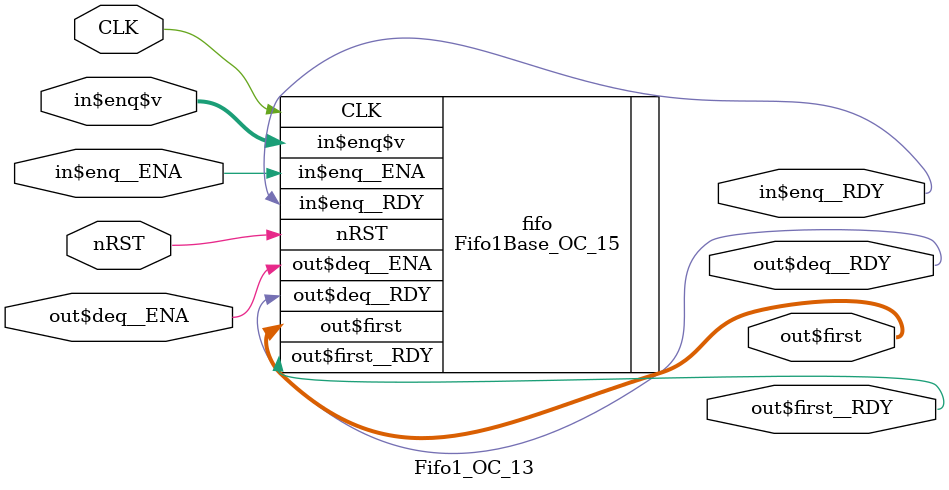
<source format=v>
`include "zynqTop.generated.vh"

`default_nettype none
module Fifo1_OC_13 (input wire CLK, input wire nRST,
    input wire in$enq__ENA,
    input wire [14:0]in$enq$v,
    output wire in$enq__RDY,
    input wire out$deq__ENA,
    output wire out$deq__RDY,
    output wire [14:0]out$first,
    output wire out$first__RDY);
    Fifo1Base_OC_15 fifo (.CLK(CLK), .nRST(nRST),
        .in$enq__ENA(in$enq__ENA),
        .in$enq$v(in$enq$v),
        .in$enq__RDY(in$enq__RDY),
        .out$deq__ENA(out$deq__ENA),
        .out$deq__RDY(out$deq__RDY),
        .out$first(out$first),
        .out$first__RDY(out$first__RDY));
endmodule 

`default_nettype wire    // set back to default value

</source>
